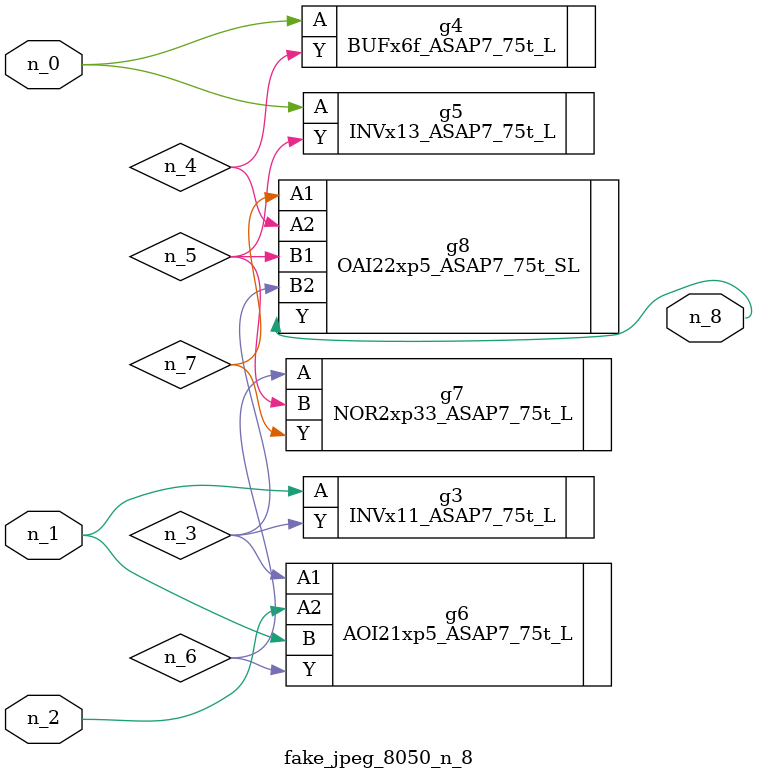
<source format=v>
module fake_jpeg_8050_n_8 (n_0, n_2, n_1, n_8);

input n_0;
input n_2;
input n_1;

output n_8;

wire n_3;
wire n_4;
wire n_6;
wire n_5;
wire n_7;

INVx11_ASAP7_75t_L g3 ( 
.A(n_1),
.Y(n_3)
);

BUFx6f_ASAP7_75t_L g4 ( 
.A(n_0),
.Y(n_4)
);

INVx13_ASAP7_75t_L g5 ( 
.A(n_0),
.Y(n_5)
);

AOI21xp5_ASAP7_75t_L g6 ( 
.A1(n_3),
.A2(n_2),
.B(n_1),
.Y(n_6)
);

NOR2xp33_ASAP7_75t_L g7 ( 
.A(n_6),
.B(n_5),
.Y(n_7)
);

OAI22xp5_ASAP7_75t_SL g8 ( 
.A1(n_7),
.A2(n_4),
.B1(n_5),
.B2(n_3),
.Y(n_8)
);


endmodule
</source>
